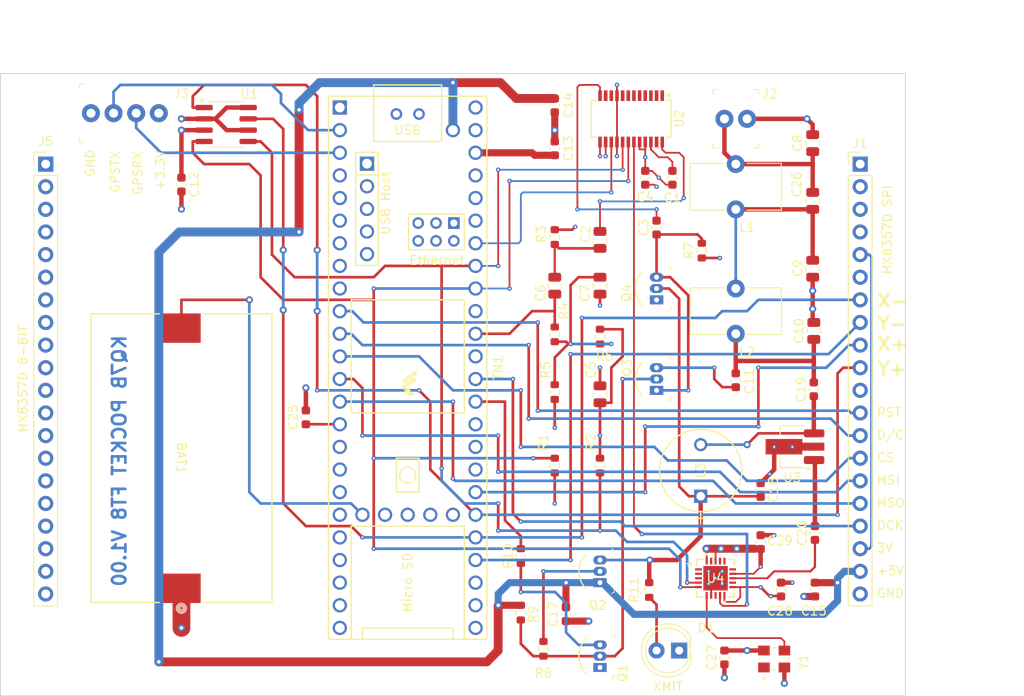
<source format=kicad_pcb>
(kicad_pcb (version 20240108) (generator "pcbnew") (generator_version "8.0")
  (layers (0 "F.Cu" signal) (1 "In1.Cu" power) (2 "In2.Cu" power) (31 "B.Cu" signal) (34 "B.Paste" user) (35 "F.Paste" user) (36 "B.SilkS" user "B.Silkscreen") (37 "F.SilkS" user "F.Silkscreen") (38 "B.Mask" user) (39 "F.Mask" user) (44 "Edge.Cuts" user))
  (net 0 "")
  (net 1 "Net-(TN1-VBAT)")
  (net 2 "GND")
  (net 3 "+3.3V")
  (net 4 "Net-(U2-DBYP)")
  (net 5 "Net-(C2-Pad2)")
  (net 6 "Net-(U2-LOUT{slash}[DFS])")
  (net 7 "Net-(Q3-S)")
  (net 8 "Net-(U2-AMI)")
  (net 9 "Net-(TN1-16_A2_RX4_SCL1)")
  (net 10 "Net-(C7-Pad2)")
  (net 11 "Net-(J2-ANT)")
  (net 12 "Net-(C26-Pad1)")
  (net 13 "Net-(C10-Pad1)")
  (net 14 "Net-(Q3-D)")
  (net 15 "+5V")
  (net 16 "/XCLK")
  (net 17 "/RCLK")
  (net 18 "/XMIT")
  (net 19 "Net-(C20-Pad2)")
  (net 20 "/PTT")
  (net 21 "Net-(D1-A)")
  (net 22 "Net-(Q1-B)")
  (net 23 "/RECV")
  (net 24 "Net-(Q2-B)")
  (net 25 "/SDA")
  (net 26 "/SCL")
  (net 30 "/MOSI")
  (net 31 "/Y-")
  (net 37 "/Y+")
  (net 38 "/X-")
  (net 51 "Net-(C19-Pad1)")
  (net 52 "Net-(J1-RST)")
  (net 57 "/MISO")
  (net 65 "/X+")
  (net 66 "/DCLK")
  (net 76 "Net-(TN1-20_A6_TX5_LRCLK1)")
  (net 91 "Net-(U4-CLKIN)")
  (net 95 "Net-(J1-D{slash}C)")
  (net 97 "Net-(J1-CS)")
  (net 98 "Net-(J1-3Vo)")
  (net 102 "/GPSTX")
  (net 103 "/GPSRX")
  (footprint "Capacitor_SMD:C_0603_1608Metric" (layer "F.Cu") (at 177.038 62.497 90)
    (property "Reference" "C1")
    (property "Value" "0.1UF" (hide yes))
  )
  (footprint "MountingHole:MountingHole_2mm" (layer "F.Cu") (at 106.68 115.062)
    (property "Reference" "REF**" (hide yes))
    (property "Value" "MountingHole_2mm" (hide yes))
  )
  (footprint "teensy:Teensy41" (layer "F.Cu") (at 147.32 83.82 -90)
    (property "Reference" "TN1")
    (property "Value" "Teensy4.1" (hide yes))
  )
  (footprint "Resistor_SMD:R_0603_1608Metric" (layer "F.Cu") (at 163.83 94.805 -90)
    (property "Reference" "R1")
    (property "Value" "2.0K" (hide yes))
  )
  (footprint "ASTX_H11_25_000MHZ_T:XTAL_ASTX-H11-25.000MHZ-T" (layer "F.Cu") (at 188.461 116.52 90)
    (property "Reference" "Y1")
    (property "Value" "ASTX-H11-25.000MHZ-T" (hide yes))
  )
  (footprint "Capacitor_SMD:C_0805_2012Metric" (layer "F.Cu") (at 168.91 74.61 90)
    (property "Reference" "C7")
    (property "Value" "10UF" (hide yes))
  )
  (footprint "BU2032SM:BU2032SM-JJ-GTR_MPD" (layer "F.Cu") (at 121.92 93.98 -90)
    (property "Reference" "BAT1")
    (property "Value" "BU2032SM-JJ-GTR")
  )
  (footprint "digikey-footprints:PinHeader_1x2_P2.54mm_Drill1.02mm" (layer "F.Cu") (at 182.88 55.88)
    (property "Reference" "J2")
    (property "Value" "22-23-2021" (hide yes))
  )
  (footprint "Inductor_THT:L_Toroid_Vertical_L10.0mm_W5.0mm_P5.08mm" (layer "F.Cu") (at 184.15 66.04 180)
    (property "Reference" "L1")
    (property "Value" "0.5uH" (hide yes))
  )
  (footprint "Resistor_SMD:R_0603_1608Metric" (layer "F.Cu") (at 160.02 104.965 90)
    (property "Reference" "R10")
    (property "Value" "5.1K" (hide yes))
  )
  (footprint "MountingHole:MountingHole_2mm" (layer "F.Cu") (at 106.68 54.102)
    (property "Reference" "REF**" (hide yes))
    (property "Value" "MountingHole_2mm" (hide yes))
  )
  (footprint "Capacitor_SMD:C_0805_2012Metric" (layer "F.Cu") (at 168.91 86.802 -90)
    (property "Reference" "C5")
    (property "Value" "10UF" (hide yes))
  )
  (footprint "Capacitor_SMD:C_0603_1608Metric" (layer "F.Cu") (at 184.15 85.23 90)
    (property "Reference" "C11")
    (property "Value" "0.1UF" (hide yes))
  )
  (footprint "digikey-footprints:TO-92-3" (layer "F.Cu") (at 168.91 117.475 90)
    (property "Reference" "Q1")
    (property "Value" "2N3904" (hide yes))
  )
  (footprint "Capacitor_SMD:C_0603_1608Metric" (layer "F.Cu") (at 173.99 62.497 90)
    (property "Reference" "C4")
    (property "Value" "0.1UF" (hide yes))
  )
  (footprint "footprints:IND_BOURNS_RLB9012" (layer "F.Cu") (at 180.213 98.2472 90)
    (property "Reference" "L3")
    (property "Value" "1.0mH")
  )
  (footprint "Inductor_THT:L_Toroid_Vertical_L10.0mm_W5.0mm_P5.08mm" (layer "F.Cu") (at 184.15 80.01 180)
    (property "Reference" "L2")
    (property "Value" "0.5uH" (hide yes))
  )
  (footprint "Capacitor_SMD:C_0805_2012Metric" (layer "F.Cu") (at 163.83 74.61 -90)
    (property "Reference" "C6")
    (property "Value" "10UF" (hide yes))
  )
  (footprint "Connector_PinHeader_2.54mm:PinHeader_1x20_P2.54mm_Vertical" (layer "F.Cu") (at 198.12 60.96)
    (property "Reference" "J1")
    (property "Value" "HX8357D SPI")
  )
  (footprint "Capacitor_SMD:C_0603_1608Metric" (layer "F.Cu") (at 121.92 63.259 -90)
    (property "Reference" "C12")
    (property "Value" "0.1UF" (hide yes))
  )
  (footprint "Capacitor_SMD:C_0603_1608Metric" (layer "F.Cu") (at 193.04 102.375 90)
    (property "Reference" "C20")
    (property "Value" "0.1UF" (hide yes))
  )
  (footprint "Package_SO:SOIC-8_3.9x4.9mm_P1.27mm" (layer "F.Cu") (at 126.935 56.515)
    (property "Reference" "U1")
    (property "Value" "MCP3422A1T-E/SN" (hide yes))
  )
  (footprint "Capacitor_SMD:C_0603_1608Metric" (layer "F.Cu") (at 189.23 108.725 90)
    (property "Reference" "C28")
    (property "Value" "0.1UF" (hide yes))
  )
  (footprint "Capacitor_SMD:C_0805_2012Metric" (layer "F.Cu") (at 192.786 65.09 90)
    (property "Reference" "C26")
    (property "Value" "47PF" (hide yes))
  )
  (footprint "Capacitor_SMD:C_0603_1608Metric" (layer "F.Cu") (at 193.04 108.725 90)
    (property "Reference" "C15")
    (property "Value" "0.1UF" (hide yes))
  )
  (footprint "MountingHole:MountingHole_2mm" (layer "F.Cu") (at 198.12 115.062)
    (property "Reference" "REF**" (hide yes))
    (property "Value" "MountingHole_2mm" (hide yes))
  )
  (footprint "Capacitor_SMD:C_0603_1608Metric" (layer "F.Cu") (at 175.26 68.085 90)
    (property "Reference" "C3")
    (property "Value" "0.1UF" (hide yes))
  )
  (footprint "Resistor_SMD:R_0603_1608Metric" (layer "F.Cu") (at 160.02 111.315 90)
    (property "Reference" "R9")
    (property "Value" "5.1K" (hide yes))
  )
  (footprint "Resistor_SMD:R_0603_1608Metric" (layer "F.Cu") (at 180.34 70.675 90)
    (property "Reference" "R7")
    (property "Value" "51 OHM" (hide yes))
  )
  (footprint "digikey-footprints:TO-92-3" (layer "F.Cu") (at 168.91 107.95 90)
    (property "Reference" "Q2")
    (property "Value" "2N3906" (hide yes))
  )
  (footprint "Resistor_SMD:R_0603_1608Metric" (layer "F.Cu") (at 168.91 94.805 90)
    (property "Reference" "R2")
    (property "Value" "2.0K" (hide yes))
  )
  (footprint "Capacitor_SMD:C_0805_2012Metric" (layer "F.Cu") (at 192.786 72.71 -90)
    (property "Reference" "C9")
    (property "Value" "243PF" (hide yes))
  )
  (footprint "digikey-footprints:TO-92-3" (layer "F.Cu") (at 175.26 76.2 90)
    (property "Reference" "Q4")
    (property "Value" "2N7000" (hide yes))
  )
  (footprint "Capacitor_SMD:C_0805_2012Metric" (layer "F.Cu") (at 192.786 58.608 90)
    (property "Reference" "C8")
    (property "Value" "75PF" (hide yes))
  )
  (footprint "Capacitor_SMD:C_0603_1608Metric" (layer "F.Cu") (at 186.944 103.391 -90)
    (property "Reference" "C29")
    (property "Value" "0.1UF" (hide yes))
  )
  (footprint "LED_THT:LED_D5.0mm" (layer "F.Cu") (at 177.8 115.57 180)
    (property "Reference" "D1")
    (property "Value" "XMIT")
  )
  (footprint "Resistor_SMD:R_0603_1608Metric" (layer "F.Cu") (at 174.435 108.775 -90)
    (property "Reference" "R11")
    (property "Value" "510 Ohm" (hide yes))
  )
  (footprint "SI5351C-B-GM:QFN20_4X4_SKY" (layer "F.Cu") (at 181.884828 107.4547)
    (property "Reference" "U4")
    (property "Value" "SI5351C-B-GM")
  )
  (footprint "Resistor_SMD:R_0603_1608Metric" (layer "F.Cu") (at 163.83 80.073 90)
    (property "Reference" "R4")
    (property "Value" "47K" (hide yes))
  )
  (footprint "Capacitor_SMD:C_0603_1608Metric" (layer "F.Cu") (at 135.89 89.395 90)
    (property "Reference" "C25")
    (property "Value" "0.1UF" (hide yes))
  )
  (footprint "Capacitor_SMD:C_0603_1608Metric" (layer "F.Cu") (at 163.83 59.195 90)
    (property "Reference" "C13")
    (property "Value" "0.1UF" (hide yes))
  )
  (footprint "Resistor_SMD:R_0603_1608Metric" (layer "F.Cu") (at 162.56 115.38 -90)
    (property "Reference" "R8")
    (property "Value" "510 Ohm" (hide yes))
  )
  (footprint "Capacitor_SMD:C_0603_1608Metric" (layer "F.Cu") (at 163.83 54.369 90)
    (property "Reference" "C14")
    (property "Value" "0.1UF" (hide yes))
  )
  (footprint "digikey-footprints:TO-92-3" (layer "F.Cu") (at 175.26 86.36 90)
    (property "Reference" "Q3")
    (property "Value" "2N7000" (hide yes))
  )
  (footprint "MountingHole:MountingHole_2mm" (layer "F.Cu") (at 198.12 54.102)
    (property "Reference" "REF**" (hide yes))
    (property "Value" "MountingHole_2mm" (hide yes))
  )
  (footprint "Resistor_SMD:R_0603_1608Metric" (layer "F.Cu") (at 163.83 86.55 90)
    (property "Reference" "R5")
    (property "Value" "2.0K" (hide yes))
  )
  (footprint "Package_TO_SOT_SMD:SOT-89-3_Handsoldering" (layer "F.Cu") (at 190.5 92.686 180)
    (property "Reference" "U3")
    (property "Value" "GVA-84+" (hide yes))
  )
  (footprint "Capacitor_SMD:C_0603_1608Metric" (layer "F.Cu") (at 186.944 97.549 -90)
    (property "Reference" "C16")
    (property "Value" "0.1UF" (hide yes))
  )
  (footprint "Package_SO:SSOP-24_3.9x8.7mm_P0.635mm" (layer "F.Cu") (at 172.4025 55.88 -90)
    (property "Reference" "U2")
    (property "Value" "Si4735-D60-GU" (hide yes))
  )
  (footprint "digikey-footprints:PinHeader_1x4_P2.54mm_Drill1.02mm" (layer "F.Cu") (at 111.76 55.245)
    (property "Reference" "J3")
    (property "Value" "GPS" (hide yes))
  )
  (footprint "Capacitor_SMD:C_0603_1608Metric" (layer "F.Cu") (at 165.087 111.493 90)
    (property "Reference" "C17")
    (property "Value" "0.1UF" (hide yes))
  )
  (footprint "Resistor_SMD:R_0603_1608Metric" (layer "F.Cu") (at 168.91 80.327 90)
    (property "Reference" "R6")
    (property "Value" "10K" (hide yes))
  )
  (footprint "Capacitor_SMD:C_0805_2012Metric" (layer "F.Cu") (at 168.91 69.471 -90)
    (property "Reference" "C2")
    (property "Value" "10UF" (hide yes))
  )
  (footprint "Capacitor_SMD:C_0603_1608Metric" (layer "F.Cu") (at 182.88 116.345 90)
    (property "Reference" "C27")
    (property "Value" "0.1UF" (hide yes))
  )
  (footprint "Resistor_SMD:R_0603_1608Metric" (layer "F.Cu") (at 163.83 69.151 -90)
    (property "Reference" "R3")
    (property "Value" "47K" (hide yes))
  )
  (footprint "Connector_PinHeader_2.54mm:PinHeader_1x20_P2.54mm_Vertical" (layer "F.Cu") (at 106.68 60.96)
    (property "Reference" "J5")
    (property "Value" "HX8357D 8-BIT")
  )
  (footprint "Capacitor_SMD:C_0805_2012Metric" (layer "F.Cu") (at 192.913 79.69 90)
    (property "Reference" "C10")
    (property "Value" "75PF" (hide yes))
  )
  (footprint "Capacitor_SMD:C_0603_1608Metric" (layer "F.Cu") (at 192.913 86.246 90)
    (property "Reference" "C19")
    (property "Value" "0.1UF" (hide yes))
  )
  (gr_rect (start 101.6 50.8) (end 203.2 120.65) (stroke (width 0.1)) (fill none) (layer "Edge.Cuts"))
  (gr_text "KQ7B POCKET FT8 V1.00" (at 115.824 80.01 90) (layer "B.Cu") (effects (font (size 1.5 1.5) (thickness 0.3) (bold yes)) (justify left bottom mirror)))
  (gr_text "D/C" (at 199.898 91.948 0) (layer "F.SilkS") (effects (font (size 1 1)) (justify left bottom)))
  (gr_text "MSO" (at 199.898 99.568 0) (layer "F.SilkS") (effects (font (size 1 1)) (justify left bottom)))
  (gr_text "GND" (at 112.268 62.484 90) (layer "F.SilkS") (effects (font (size 1 1)) (justify left bottom)))
  (gr_text "CS" (at 199.898 94.488 0) (layer "F.SilkS") (effects (font (size 1 1)) (justify left bottom)))
  (gr_text "Y-" (at 199.898 79.756 0) (layer "F.SilkS") (effects (font (size 1.5 1.5) (thickness 0.3) (bold yes)) (justify left bottom)))
  (gr_text "RST" (at 199.898 89.408 0) (layer "F.SilkS") (effects (font (size 1 1)) (justify left bottom)))
  (gr_text "X+" (at 199.898 82.042 0) (layer "F.SilkS") (effects (font (size 1.5 1.5) (thickness 0.3) (bold yes)) (justify left bottom)))
  (gr_text "MSI" (at 199.898 97.028 0) (layer "F.SilkS") (effects (font (size 1 1)) (justify left bottom)))
  (gr_text "GPSRX" (at 117.602 64.516 90) (layer "F.SilkS") (effects (font (size 1 1)) (justify left bottom)))
  (gr_text "+3.3V" (at 120.142 64.008 90) (layer "F.SilkS") (effects (font (size 1 1)) (justify left bottom)))
  (gr_text "+5V" (at 199.898 107.188 0) (layer "F.SilkS") (effects (font (size 1 1)) (justify left bottom)))
  (gr_text "DCK" (at 199.898 102.108 0) (layer "F.SilkS") (effects (font (size 1 1)) (justify left bottom)))
  (gr_text "GPSTX" (at 115.062 64.262 90) (layer "F.SilkS") (effects (font (size 1 1)) (justify left bottom)))
  (gr_text "GND" (at 199.898 109.728 0) (layer "F.SilkS") (effects (font (size 1 1)) (justify left bottom)))
  (gr_text "Y+" (at 199.898 84.836 0) (layer "F.SilkS") (effects (font (size 1.5 1.5) (thickness 0.3) (bold yes)) (justify left bottom)))
  (gr_text "3V" (at 199.898 104.648 0) (layer "F.SilkS") (effects (font (size 1 1)) (justify left bottom)))
  (gr_text "X-" (at 199.898 77.216 0) (layer "F.SilkS") (effects (font (size 1.5 1.5) (thickness 0.3) (bold yes)) (justify left bottom)))
  (segment (start 121.92 76.2) (end 129.54 76.2) (width 0.3) (layer "F.Cu") (net 1))
  (segment (start 121.92 79.375) (end 121.92 76.2) (width 0.3) (layer "F.Cu") (net 1))
  (via (at 129.54 76.2) (size 0.8) (drill 0.4) (layers "F.Cu" "B.Cu") (net 1))
  (segment (start 129.54 97.79) (end 129.54 76.2) (width 0.3) (layer "B.Cu") (net 1))
  (segment (start 140.97 99.06) (end 130.81 99.06) (width 0.3) (layer "B.Cu") (net 1))
  (segment (start 142.24 100.33) (end 140.97 99.06) (width 0.3) (layer "B.Cu") (net 1))
  (segment (start 130.81 99.06) (end 129.54 97.79) (width 0.3) (layer "B.Cu") (net 1))
  (segment (start 163.83 90.551) (end 163.83 90.678) (width 0.3) (layer "F.Cu") (net 2))
  (segment (start 189.611 119.253) (end 189.611 118.999) (width 0.2) (layer "F.Cu") (net 2))
  (segment (start 173.99 63.272) (end 175.032 63.272) (width 0.2) (layer "F.Cu") (net 2))
  (segment (start 125.73 55.88) (end 127 57.15) (width 0.5) (layer "F.Cu") (net 2))
  (segment (start 165.798 68.326) (end 166.116 68.008) (width 0.3) (layer "F.Cu") (net 2))
  (segment (start 175.032 63.272) (end 175.26 63.5) (width 0.2) (layer "F.Cu") (net 2))
  (segment (start 168.91 58.48) (end 168.91 60.071) (width 0.2) (layer "F.Cu") (net 2))
  (segment (start 192.786 78.613) (end 192.913 78.74) (width 0.5) (layer "F.Cu") (net 2))
  (segment (start 170.815 53.28) (end 170.815 52.07) (width 0.2) (layer "F.Cu") (net 2))
  (segment (start 181.387242 109.3724) (end 181.387242 107.952286) (width 0.2) (layer "F.Cu") (net 2))
  (segment (start 192.786 75.184) (end 192.786 77.216) (width 0.5) (layer "F.Cu") (net 2))
  (segment (start 181.366656 107.972872) (end 181.864 107.475528) (width 0.2) (layer "F.Cu") (net 2))
  (segment (start 188.468 92.71) (end 188.468 95.25) (width 0.5) (layer "F.Cu") (net 2))
  (segment (start 191.7706 109.5) (end 191.77 109.4994) (width 0.2) (layer "F.Cu") (net 2))
  (segment (start 181.102 108.077) (end 181.366656 107.972872) (width 0.2) (layer "F.Cu") (net 2))
  (segment (start 193.04 109.5) (end 191.796 109.5) (width 0.8) (layer "F.Cu") (net 2))
  (segment (start 191.7948 109.5) (end 191.7706 109.5) (width 0.2) (layer "F.Cu") (net 2))
  (segment (start 170.815 58.48) (end 170.815 60.071) (width 0.2) (layer "F.Cu") (net 2))
  (segment (start 127 57.15) (end 129.41 57.15) (width 0.5) (layer "F.Cu") (net 2))
  (segment (start 189.611 117.47) (end 189.611 119.253) (width 0.5) (layer "F.Cu") (net 2))
  (segment (start 181.387242 107.952286) (end 181.884828 107.4547) (width 0.2) (layer "F.Cu") (net 2))
  (segment (start 186.944 102.616) (end 188.468 102.616) (width 0.5) (layer "F.Cu") (net 2))
  (segment (start 182.88 117.12) (end 182.88 118.618) (width 0.5) (layer "F.Cu") (net 2))
  (segment (start 121.92 64.262) (end 121.92 66.014) (width 0.5) (layer "F.Cu") (net 2))
  (segment (start 135.89 88.62) (end 135.89 86.08) (width 0.5) (layer "F.Cu") (net 2))
  (segment (start 192.786 77.216) (end 192.786 78.613) (width 0.5) (layer "F.Cu") (net 2))
  (segment (start 192.786 56.515) (end 192.151 55.88) (width 0.5) (layer "F.Cu") (net 2))
  (segment (start 124.46 55.88) (end 125.73 55.88) (width 0.5) (layer "F.Cu") (net 2))
  (segment (start 181.864 107.442) (end 181.897528 107.442) (width 0.2) (layer "F.Cu") (net 2))
  (segment (start 191.7954 109.4994) (end 191.7948 109.5) (width 0.2) (layer "F.Cu") (net 2))
  (segment (start 182.244 71.5) (end 182.245 71.501) (width 0.3) (layer "F.Cu") (net 2))
  (segment (start 187.96 95.758) (end 186.944 96.774) (width 0.5) (layer "F.Cu") (net 2))
  (segment (start 191.796 109.5) (end 191.7954 109.4994) (width 0.2) (layer "F.Cu") (net 2))
  (segment (start 163.83 87.375) (end 163.83 90.551) (width 0.3) (layer "F.Cu") (net 2))
  (segment (start 181.864 107.475528) (end 181.864 107.442) (width 0.2) (layer "F.Cu") (net 2))
  (segment (start 190.5 107.95) (end 189.23 107.95) (width 0.5) (layer "F.Cu") (net 2))
  (segment (start 180.34 71.5) (end 182.244 71.5) (width 0.3) (layer "F.Cu") (net 2))
  (segment (start 182.245 71.501) (end 182.372 71.501) (width 0.3) (layer "F.Cu") (net 2))
  (segment (start 168.91 76.835) (end 168.91 75.56) (width 0.3) (layer "F.Cu") (net 2))
  (segment (start 165.087 112.268) (end 167.64 112.268) (width 0.8) (layer "F.Cu") (net 2))
  (segment (start 192.786 73.66) (end 192.786 75.184) (width 0.5) (layer "F.Cu") (net 2))
  (segment (start 124.46 55.88) (end 121.92 55.88) (width 0.5) (layer "F.Cu") (net 2))
  (segment (start 126.365 55.245) (end 127 54.61) (width 0.5) (layer "F.Cu") (net 2))
  (segment (start 188.468 95.25) (end 187.96 95.758) (width 0.5) (layer "F.Cu") (net 2))
  (segment (start 163.83 68.326) (end 165.798 68.326) (width 0.3) (layer "F.Cu") (net 2))
  (segment (start 181.897528 107.442) (end 181.884828 107.4547) (width 0.2) (layer "F.Cu") (net 2))
  (segment (start 125.73 55.88) (end 126.365 55.245) (width 0.5) (layer "F.Cu") (net 2))
  (segment (start 127 54.61) (end 129.41 54.61) (width 0.5) (layer "F.Cu") (net 2))
  (segment (start 169.545 58.48) (end 169.545 60.071) (width 0.2) (layer "F.Cu") (net 2))
  (segment (start 121.92 113.03) (end 121.92 108.585) (width 2) (layer "F.Cu") (net 2))
  (segment (start 192.151 55.88) (end 185.42 55.88) (width 0.5) (layer "F.Cu") (net 2))
  (segment (start 182.372 71.628) (end 182.245 71.501) (width 0.3) (layer "F.Cu") (net 2))
  (segment (start 163.83 55.144) (end 163.83 58.42) (width 0.8) (layer "F.Cu") (net 2))
  (segment (start 168.91 85.852) (end 168.91 83.82) (width 0.3) (layer "F.Cu") (net 2))
  (segment (start 192.786 57.658) (end 192.786 56.515) (width 0.5) (layer "F.Cu") (net 2))
  (segment (start 170.815 58.48) (end 170.815 53.28) (width 0.2) (layer "F.Cu") (net 2))
  (via (at 188.468 102.616) (size 0.5) (drill 0.2) (layers "F.Cu" "B.Cu") (net 2))
  (via (at 163.83 90.551) (size 0.5) (drill 0.2) (layers "F.Cu" "B.Cu") (net 2))
  (via (at 168.91 83.82) (size 0.5) (drill 0.2) (layers "F.Cu" "B.Cu") (net 2))
  (via (at 121.92 66.014) (size 0.8) (drill 0.4) (layers "F.Cu" "B.Cu") (net 2))
  (via (at 135.89 86.08) (size 0.8) (drill 0.4) (layers "F.Cu" "B.Cu") (net 2))
  (via (at 167.64 112.268) (size 0.8) (drill 0.4) (layers "F.Cu" "B.Cu") (net 2))
  (via (at 181.102 106.68) (size 0.5) (drill 0.2) (layers "F.Cu" "B.Cu") (net 2))
  (via (at 182.372 71.501) (size 0.5) (drill 0.2) (layers "F.Cu" "B.Cu") (net 2))
  (via (at 190.5 92.71) (size 0.5) (drill 0.2) (layers "F.Cu" "B.Cu") (net 2))
  (via (at 182.626 108.077) (size 0.5) (drill 0.2) (layers "F.Cu" "B.Cu") (net 2))
  (via (at 166.116 68.008) (size 0.5) (drill 0.2) (layers "F.Cu" "B.Cu") (net 2))
  (via (at 175.26 63.5) (size 0.5) (drill 0.2) (layers "F.Cu" "B.Cu") (net 2))
  (via (at 188.468 92.71) (size 0.5) (drill 0.2) (layers "F.Cu" "B.Cu") (net 2))
  (via (at 163.83 57.15) (size 0.8) (drill 0.4) (layers "F.Cu" "B.Cu") (net 2))
  (via (at 121.92 55.88) (size 0.8) (drill 0.4) (layers "F.Cu" "B.Cu") (net 2))
  (via (at 181.864 107.442) (size 0.5) (drill 0.2) (layers "F.Cu" "B.Cu") (net 2))
  (via (at 168.91 60.071) (size 0.5) (drill 0.2) (layers "F.Cu" "B.Cu") (net 2))
  (via (at 170.815 52.07) (size 0.5) (drill 0.2) (layers "F.Cu" "B.Cu") (net 2))
  (via (at 168.91 76.835) (size 0.5) (drill 0.2) (layers "F.Cu" "B.Cu") (net 2))
  (via (at 192.151 55.88) (size 0.8) (drill 0.4) (layers "F.Cu" "B.Cu") (net 2))
  (via (at 181.102 108.077) (size 0.5) (drill 0.2) (layers "F.Cu" "B.Cu") (net 2))
  (via (at 182.626 106.68) (size 0.5) (drill 0.2) (layers "F.Cu" "B.Cu") (net 2))
  (via (at 189.611 119.253) (size 0.8) (drill 0.4) (layers "F.Cu" "B.Cu") (net 2))
  (via (at 192.786 75.184) (size 0.8) (drill 0.4) (layers "F.Cu" "B.Cu") (net 2))
  (via (at 170.815 60.071) (size 0.5) (drill 0.2) (layers "F.Cu" "B.Cu") (net 2))
  (via (at 192.786 77.216) (size 0.8) (drill 0.4) (layers "F.Cu" "B.Cu") (net 2))
  (via (at 121.92 113.03) (size 0.8) (drill 0.4) (layers "F.Cu" "B.Cu") (net 2))
  (via (at 169.545 60.071) (size 0.5) (drill 0.2) (layers "F.Cu" "B.Cu") (net 2))
  (via (at 191.7954 109.4994) (size 0.8) (drill 0.4) (layers "F.Cu" "B.Cu") (net 2))
  (via (at 187.96 95.758) (size 0.5) (drill 0.2) (layers "F.Cu" "B.Cu") (net 2))
  (via (at 190.5 107.95) (size 0.5) (drill 0.2) (layers "F.Cu" "B.Cu") (net 2))
  (via (at 182.88 118.618) (size 0.8) (drill 0.4) (layers "F.Cu" "B.Cu") (net 2))
  (segment (start 181.884828 105.537) (end 181.884828 104.160828) (width 0.2) (layer "F.Cu") (net 3))
  (segment (start 163.83 95.63) (end 163.83 99.06) (width 0.3) (layer "F.Cu") (net 3))
  (segment (start 182.88 109.3724) (end 182.88 110.109) (width 0.2) (layer "F.Cu") (net 3))
  (segment (start 173.355 58.48) (end 173.355 59.309) (width 0.2) (layer "F.Cu") (net 3))
  (segment (start 186.944 108.458) (end 187.96 109.474) (width 0.3) (layer "F.Cu") (net 3))
  (segment (start 168.91 79.502) (end 171.45 79.502) (width 0.3) (layer "F.Cu") (net 3))
  (segment (start 173.99 60.198) (end 173.99 61.722) (width 0.2) (layer "F.Cu") (net 3))
  (segment (start 189.18 109.45) (end 189.23 109.5) (width 0.2) (layer "F.Cu") (net 3))
  (segment (start 183.802528 106.957114) (end 186.158886 106.957114) (width 0.2) (layer "F.Cu") (net 3))
  (segment (start 139.7 90.17) (end 135.89 90.17) (width 0.3) (layer "F.Cu") (net 3))
  (segment (start 182.499 104.14) (end 180.848 104.14) (width 0.9) (layer "F.Cu") (net 3))
  (segment (start 170.175 87.752) (end 168.91 87.752) (width 0.3) (layer "F.Cu") (net 3))
  (segment (start 187.96 109.474) (end 188.087 109.474) (width 0.2) (layer "F.Cu") (net 3))
  (segment (start 177.038 63.272) (end 176.302 63.272) (width 0.2) (layer "F.Cu") (net 3))
  (segment (start 173.355 59.309) (end 173.99 59.309) (width 0.2) (layer "F.Cu") (net 3))
  (segment (start 187.311 115.57) (end 185.42 115.57) (width 0.5) (layer "F.Cu") (net 3))
  (segment (start 176.302 63.272) (end 175.514 62.484) (width 0.2) (layer "F.Cu") (net 3))
  (segment (start 188.087 109.474) (end 188.111 109.45) (width 0.2) (layer "F.Cu") (net 3))
  (segment (start 184.15 110.109) (end 184.658 109.601) (width 0.2) (layer "F.Cu") (net 3))
  (segment (start 184.658 108.449872) (end 186.935872 108.449872) (width 0.2) (layer "F.Cu") (net 3))
  (segment (start 168.91 91.44) (end 168.91 87.752) (width 0.3) (layer "F.Cu") (net 3))
  (segment (start 186.158886 106.957114) (end 186.944 106.172) (width 0.2) (layer "F.Cu") (net 3))
  (segment (start 161.57 59.97) (end 163.83 59.97) (width 0.8) (layer "F.Cu") (net 3))
  (segment (start 188.111 109.45) (end 189.18 109.45) (width 0.3) (layer "F.Cu") (net 3))
  (segment (start 171.45 82.55) (end 170.18 83.82) (width 0.3) (layer "F.Cu") (net 3))
  (segment (start 184.658 109.601) (end 184.658 108.449872) (width 0.2) (layer "F.Cu") (net 3))
  (segment (start 183.802528 108.449872) (end 184.658 108.449872) (width 0.2) (layer "F.Cu") (net 3))
  (segment (start 173.99 58.48) (end 173.99 59.309) (width 0.2) (layer "F.Cu") (net 3))
  (segment (start 181.884828 104.160828) (end 181.905656 104.14) (width 0.2) (layer "F.Cu") (net 3))
  (segment (start 188.063 109.45) (end 188.087 109.474) (width 0.2) (layer "F.Cu") (net 3))
  (segment (start 181.884828 104.541828) (end 181.864 104.521) (width 0.2) (layer "F.Cu") (net 3))
  (segment (start 173.99 59.309) (end 173.99 60.198) (width 0.2) (layer "F.Cu") (net 3))
  (segment (start 168.91 93.98) (end 168.91 91.44) (width 0.3) (layer "F.Cu") (net 3))
  (segment (start 180.889656 104.181656) (end 180.848 104.14) (width 0.2) (layer "F.Cu") (net 3))
  (segment (start 170.18 83.82) (end 170.18 87.757) (width 0.3) (layer "F.Cu") (net 3))
  (segment (start 186.935872 108.449872) (end 186.944 108.458) (width 0.2) (layer "F.Cu") (net 3))
  (segment (start 181.905656 104.14) (end 182.499 104.14) (width 0.2) (layer "F.Cu") (net 3))
  (segment (start 186.283 104.14) (end 184.277 104.14) (width 0.9) (layer "F.Cu") (net 3))
  (segment (start 121.92 57.15) (end 124.46 57.15) (width 0.5) (layer "F.Cu") (net 3))
  (segment (start 175.514 62.484) (end 174.752 61.722) (width 0.2) (layer "F.Cu") (net 3))
  (segment (start 154.94 59.69) (end 161.29 59.69) (width 0.8) (layer "F.Cu") (net 3))
  (segment (start 171.45 79.502) (end 171.45 82.55) (width 0.3) (layer "F.Cu") (net 3))
  (segment (start 161.29 59.69) (end 161.57 59.97) (width 0.8) (layer "F.Cu") (net 3))
  (segment (start 182.88 110.109) (end 184.15 110.109) (width 0.2) (layer "F.Cu") (net 3))
  (segment (start 184.277 104.14) (end 182.499 104.14) (width 0.9) (layer "F.Cu") (net 3))
  (segment (start 185.42 115.57) (end 182.88 115.57) (width 0.5) (layer "F.Cu") (net 3))
  (segment (start 170.18 87.757) (end 170.175 87.752) (width 0.3) (layer "F.Cu") (net 3))
  (segment (start 174.752 61.722) (end 173.99 61.722) (width 0.2) (layer "F.Cu") (net 3))
  (segment (start 121.92 57.15) (end 121.92 62.484) (width 0.5) (layer "F.Cu") (net 3))
  (segment (start 180.889656 105.537) (end 180.889656 104.181656) (width 0.2) (layer "F.Cu") (net 3))
  (segment (start 186.944 106.172) (end 186.944 104.166) (width 0.5) (layer "F.Cu") (net 3))
  (via (at 186.944 106.172) (size 0.5) (drill 0.2) (layers "F.Cu" "B.Cu") (net 3))
  (via (at 168.91 91.44) (size 0.5) (drill 0.2) (layers "F.Cu" "B.Cu") (net 3))
  (via (at 175.514 62.484) (size 0.5) (drill 0.2) (layers "F.Cu" "B.Cu") (net 3))
  (via (at 184.277 104.14) (size 0.8) (drill 0.4) (layers "F.Cu" "B.Cu") (net 3))
  (via (at 121.92 57.15) (size 0.8) (drill 0.4) (layers "F.Cu" "B.Cu") (net 3))
  (via (at 163.83 99.06) (size 0.5) (drill 0.2) (layers "F.Cu" "B.Cu") (net 3))
  (via (at 180.848 104.14) (size 0.8) (drill 0.4) (layers "F.Cu" "B.Cu") (net 3))
  (via (at 188.087 109.474) (size 0.5) (drill 0.2) (layers "F.Cu" "B.Cu") (net 3))
  (via (at 173.99 60.198) (size 0.5) (drill 0.2) (layers "F.Cu" "B.Cu") (net 3))
  (via (at 186.944 108.458) (size 0.5) (drill 0.2) (layers "F.Cu" "B.Cu") (net 3))
  (via (at 182.499 104.14) (size 0.8) (drill 0.4) (layers "F.Cu" "B.Cu") (net 3))
  (via (at 185.42 115.57) (size 0.8) (drill 0.4) (layers "F.Cu" "B.Cu") (net 3))
  (segment (start 177.038 60.706) (end 177.038 61.722) (width 0.2) (layer "F.Cu") (net 4))
  (segment (start 176.53 60.198) (end 177.038 60.706) (width 0.2) (layer "F.Cu") (net 4))
  (segment (start 174.625 59.309) (end 175.514 60.198) (width 0.2) (layer "F.Cu") (net 4))
  (segment (start 174.625 58.48) (end 174.625 59.309) (width 0.2) (layer "F.Cu") (net 4))
  (segment (start 175.514 60.198) (end 176.53 60.198) (width 0.2) (layer "F.Cu") (net 4))
  (segment (start 164.275 70.421) (end 163.83 69.976) (width 0.3) (layer "F.Cu") (net 5))
  (segment (start 168.91 70.421) (end 164.275 70.421) (width 0.3) (layer "F.Cu") (net 5))
  (segment (start 163.83 73.66) (end 163.83 69.976) (width 0.25) (layer "F.Cu") (net 5))
  (segment (start 168.91 65.151) (end 168.91 68.521) (width 0.2) (layer "F.Cu") (net 6))
  (segment (start 175.895 59.309) (end 175.895 58.48) (width 0.2) (layer "F.Cu") (net 6))
  (segment (start 178.308 60.198) (end 177.8 59.69) (width 0.2) (layer "F.Cu") (net 6))
  (segment (start 177.8 59.69) (end 176.276 59.69) (width 0.2) (layer "F.Cu") (net 6))
  (segment (start 176.276 59.69) (end 175.895 59.309) (width 0.2) (layer "F.Cu") (net 6))
  (segment (start 178.308 64.77) (end 178.308 60.198) (width 0.2) (layer "F.Cu") (net 6))
  (via (at 178.308 64.77) (size 0.5) (drill 0.2) (layers "F.Cu" "B.Cu") (net 6))
  (via (at 168.91 65.151) (size 0.5) (drill 0.2) (layers "F.Cu" "B.Cu") (net 6))
  (segment (start 178.308 64.77) (end 177.927 65.151) (width 0.2) (layer "B.Cu") (net 6))
  (segment (start 177.927 65.151) (end 168.91 65.151) (width 0.2) (layer "B.Cu") (net 6))
  (segment (start 176.784 73.66) (end 178.816 75.692) (width 0.3) (layer "F.Cu") (net 7))
  (segment (start 180.34 69.342) (end 180.34 69.85) (width 0.3) (layer "F.Cu") (net 7))
  (segment (start 179.832 68.834) (end 180.34 69.342) (width 0.3) (layer "F.Cu") (net 7))
  (segment (start 175.26 73.66) (end 176.784 73.66) (width 0.3) (layer "F.Cu") (net 7))
  (segment (start 179.806 68.86) (end 179.832 68.834) (width 0.3) (layer "F.Cu") (net 7))
  (segment (start 175.26 73.66) (end 175.26 68.86) (width 0.3) (layer "F.Cu") (net 7))
  (segment (start 178.816 75.692) (end 178.816 86.36) (width 0.3) (layer "F.Cu") (net 7))
  (segment (start 175.26 68.86) (end 179.806 68.86) (width 0.3) (layer "F.Cu") (net 7))
  (via (at 178.816 86.36) (size 0.5) (drill 0.2) (layers "F.Cu" "B.Cu") (net 7))
  (segment (start 175.26 86.36) (end 178.816 86.36) (width 0.3) (layer "B.Cu") (net 7))
  (segment (start 168.91 52.324) (end 168.656 52.07) (width 0.2) (layer "F.Cu") (net 8))
  (segment (start 166.37 52.324) (end 166.37 66.04) (width 0.2) (layer "F.Cu") (net 8))
  (segment (start 175.26 67.31) (end 175.26 66.04) (width 0.2) (layer "F.Cu") (net 8))
  (segment (start 166.624 52.07) (end 166.37 52.324) (width 0.2) (layer "F.Cu") (net 8))
  (segment (start 168.91 53.28) (end 168.91 52.324) (width 0.2) (layer "F.Cu") (net 8))
  (segment (start 168.656 52.07) (end 166.624 52.07) (width 0.2) (layer "F.Cu") (net 8))
  (via (at 175.26 66.04) (size 0.5) (drill 0.2) (layers "F.Cu" "B.Cu") (net 8))
  (via (at 166.37 66.04) (size 0.5) (drill 0.2) (layers "F.Cu" "B.Cu") (net 8))
  (segment (start 175.26 66.04) (end 166.37 66.04) (width 0.2) (layer "B.Cu") (net 8))
  (segment (start 154.94 80.01) (end 158.75 80.01) (width 0.3) (layer "F.Cu") (net 9))
  (segment (start 163.83 75.56) (end 163.83 77.343) (width 0.3) (layer "F.Cu") (net 9))
  (segment (start 163.703 77.47) (end 163.83 77.343) (width 0.3) (layer "F.Cu") (net 9))
  (segment (start 163.83 77.343) (end 163.83 79.248) (width 0.3) (layer "F.Cu") (net 9))
  (segment (start 158.75 80.01) (end 161.29 77.47) (width 0.3) (layer "F.Cu") (net 9))
  (segment (start 161.29 77.47) (end 163.703 77.47) (width 0.3) (layer "F.Cu") (net 9))
  (segment (start 170.18 81.153) (end 170.179 81.152) (width 0.3) (layer "F.Cu") (net 10))
  (segment (start 163.83 80.898) (end 165.099 80.898) (width 0.3) (layer "F.Cu") (net 10))
  (segment (start 165.354 81.153) (end 165.608 81.153) (width 0.3) (layer "F.Cu") (net 10))
  (segment (start 166.497 73.66) (end 165.608 74.549) (width 0.3) (layer "F.Cu") (net 10))
  (segment (start 163.83 82.677) (end 165.354 81.153) (width 0.3) (layer "F.Cu") (net 10))
  (segment (start 163.83 85.725) (end 163.83 82.677) (width 0.3) (layer "F.Cu") (net 10))
  (segment (start 165.099 80.898) (end 165.354 81.153) (width 0.3) (layer "F.Cu") (net 10))
  (segment (start 165.608 74.549) (end 165.608 81.153) (width 0.3) (layer "F.Cu") (net 10))
  (segment (start 168.91 73.66) (end 166.497 73.66) (width 0.3) (layer "F.Cu") (net 10))
  (segment (start 168.91 81.152) (end 170.18 81.153) (width 0.3) (layer "F.Cu") (net 10))
  (via (at 170.18 81.153) (size 0.5) (drill 0.2) (layers "F.Cu" "B.Cu") (net 10))
  (via (at 165.608 81.153) (size 0.5) (drill 0.2) (layers "F.Cu" "B.Cu") (net 10))
  (segment (start 170.18 81.153) (end 165.608 81.153) (width 0.3) (layer "B.Cu") (net 10))
  (segment (start 192.786 59.624) (end 193.04 59.37) (width 0.3) (layer "F.Cu") (net 11))
  (segment (start 184.15 60.96) (end 192.786 60.96) (width 0.5) (layer "F.Cu") (net 11))
  (segment (start 193.04 64.14) (end 192.786 63.886) (width 0.3) (layer "F.Cu") (net 11))
  (segment (start 192.786 63.886) (end 192.786 61.214) (width 0.5) (layer "F.Cu") (net 11))
  (segment (start 182.88 55.88) (end 182.88 59.69) (width 0.5) (layer "F.Cu") (net 11))
  (segment (start 192.786 61.214) (end 192.786 59.624) (width 0.5) (layer "F.Cu") (net 11))
  (segment (start 182.88 59.69) (end 184.15 60.96) (width 0.5) (layer "F.Cu") (net 11))
  (segment (start 184.15 66.04) (end 192.786 66.04) (width 0.5) (layer "F.Cu") (net 12))
  (segment (start 192.786 71.506) (end 193.04 71.76) (width 0.3) (layer "F.Cu") (net 12))
  (segment (start 192.786 66.04) (end 192.786 71.506) (width 0.5) (layer "F.Cu") (net 12))
  (segment (start 184.15 74.93) (end 184.15 66.04) (width 0.3) (layer "B.Cu") (net 12))
  (segment (start 192.913 80.767) (end 192.913 83.058) (width 0.5) (layer "F.Cu") (net 13))
  (segment (start 184.15 80.01) (end 184.15 83.058) (width 0.5) (layer "F.Cu") (net 13))
  (segment (start 192.913 85.471) (end 192.913 83.058) (width 0.5) (layer "F.Cu") (net 13))
  (segment (start 192.913 83.058) (end 184.15 83.058) (width 0.5) (layer "F.Cu") (net 13))
  (segment (start 184.15 83.058) (end 184.15 84.455) (width 0.5) (layer "F.Cu") (net 13))
  (segment (start 192.786 80.64) (end 192.913 80.767) (width 0.3) (layer "F.Cu") (net 13))
  (segment (start 181.737 83.82) (end 181.737 85.09) (width 0.3) (layer "F.Cu") (net 14))
  (segment (start 184.15 86.005) (end 182.652 86.005) (width 0.3) (layer "F.Cu") (net 14))
  (segment (start 181.737 85.09) (end 182.652 86.005) (width 0.3) (layer "F.Cu") (net 14))
  (via (at 181.737 83.82) (size 0.5) (drill 0.2) (layers "F.Cu" "B.Cu") (net 14))
  (segment (start 175.26 83.82) (end 181.737 83.82) (width 0.3) (layer "B.Cu") (net 14))
  (segment (start 119.38 116.84) (end 156.21 116.84) (width 1) (layer "F.Cu") (net 15))
  (segment (start 157.48 115.57) (end 157.48 110.49) (width 1) (layer "F.Cu") (net 15))
  (segment (start 157.734 51.816) (end 152.4 51.816) (width 1) (layer "F.Cu") (net 15))
  (segment (start 135.128 68.58) (end 135.128 54.864) (width 1) (layer "F.Cu") (net 15))
  (segment (start 160.02 110.49) (end 157.48 110.49) (width 0.8) (layer "F.Cu") (net 15))
  (segment (start 152.4 51.816) (end 152.146 51.816) (width 1) (layer "F.Cu") (net 15))
  (segment (start 193.04 107.95) (end 195.326 107.95) (width 0.8) (layer "F.Cu") (net 15))
  (segment (start 165.087 107.963) (end 165.1 107.95) (width 0.5) (layer "F.Cu") (net 15))
  (segment (start 156.21 116.84) (end 157.48 115.57) (width 1) (layer "F.Cu") (net 15))
  (segment (start 159.512 53.594) (end 157.734 51.816) (width 1) (layer "F.Cu") (net 15))
  (segment (start 165.087 110.718) (end 165.087 107.963) (width 0.8) (layer "F.Cu") (net 15))
  (segment (start 163.83 53.594) (end 159.512 53.594) (width 1) (layer "F.Cu") (net 15))
  (via (at 165.1 107.95) (size 0.8) (drill 0.4) (layers "F.Cu" "B.Cu") (net 15))
  (via (at 135.128 54.864) (size 1) (drill 0.4) (layers "F.Cu" "B.Cu") (net 15))
  (via (at 135.128 68.58) (size 1) (drill 0.4) (layers "F.Cu" "B.Cu") (net 15))
  (via (at 119.38 116.84) (size 1) (drill 0.4) (layers "F.Cu" "B.Cu") (net 15))
  (via (at 157.48 110.49) (size 0.8) (drill 0.4) (layers "F.Cu" "B.Cu") (net 15))
  (via (at 195.58 107.95) (size 0.8) (drill 0.4) (layers "F.Cu" "B.Cu") (net 15))
  (via (at 152.4 51.816) (size 0.8) (drill 0.4) (layers "F.Cu" "B.Cu") (net 15))
  (segment (start 168.91 107.95) (end 165.1 107.95) (width 0.8) (layer "B.Cu") (net 15))
  (segment (start 195.58 107.442) (end 196.342 106.68) (width 0.8) (layer "B.Cu") (net 15))
  (segment (start 168.91 107.95) (end 169.164 107.95) (width 0.8) (layer "B.Cu") (net 15))
  (segment (start 195.58 107.95) (end 195.58 107.442) (width 0.8) (layer "B.Cu") (net 15))
  (segment (start 172.72 111.506) (end 194.056 111.506) (width 0.8) (layer "B.Cu") (net 15))
  (segment (start 152.4 57.15) (end 152.4 51.816) (width 1) (layer "B.Cu") (net 15))
  (segment (start 119.38 116.84) (end 119.38 70.866) (width 1) (layer "B.Cu") (net 15))
  (segment (start 158.75 107.95) (end 157.48 109.22) (width 0.8) (layer "B.Cu") (net 15))
  (segment (start 119.38 70.866) (end 121.666 68.58) (width 1) (layer "B.Cu") (net 15))
  (segment (start 196.342 106.68) (end 198.12 106.68) (width 0.8) (layer "B.Cu") (net 15))
  (segment (start 165.1 107.95) (end 158.75 107.95) (width 0.8) (layer "B.Cu") (net 15))
  (segment (start 152.4 51.816) (end 137.414 51.816) (width 1) (layer "B.Cu") (net 15))
  (segment (start 169.164 107.95) (end 172.72 111.506) (width 0.8) (layer "B.Cu") (net 15))
  (segment (start 137.414 51.816) (end 135.128 54.102) (width 1) (layer "B.Cu") (net 15))
  (segment (start 135.128 54.102) (end 135.128 54.864) (width 1) (layer "B.Cu") (net 15))
  (segment (start 194.056 111.506) (end 195.58 109.982) (width 0.8) (layer "B.Cu") (net 15))
  (segment (start 121.666 68.58) (end 135.128 68.58) (width 1) (layer "B.Cu") (net 15))
  (segment (start 195.58 109.982) (end 195.58 107.95) (width 0.8) (layer "B.Cu") (net 15))
  (segment (start 157.48 109.22) (end 157.48 110.49) (width 0.8) (layer "B.Cu") (net 15))
  (segment (start 193.04 106.172) (end 193.04 103.15) (width 0.25) (layer "F.Cu") (net 16))
  (segment (start 188.468 106.68) (end 192.532 106.68) (width 0.25) (layer "F.Cu") (net 16))
  (segment (start 192.532 106.68) (end 193.04 106.172) (width 0.25) (layer "F.Cu") (net 16))
  (segment (start 183.802528 107.4547) (end 187.6933 107.4547) (width 0.2) (layer "F.Cu") (net 16))
  (segment (start 187.6933 107.4547) (end 188.468 106.68) (width 0.25) (layer "F.Cu") (net 16))
  (segment (start 172.72 101.6) (end 173.609 102.489) (width 0.3) (layer "F.Cu") (net 17))
  (segment (start 172.72 58.48) (end 172.72 101.6) (width 0.2) (layer "F.Cu") (net 17))
  (segment (start 182.382414 109.3724) (end 182.382414 110.24781) (width 0.2) (layer "F.Cu") (net 17))
  (segment (start 185.224 110.559) (end 185.42 110.363) (width 0.2) (layer "F.Cu") (net 17))
  (segment (start 182.693604 110.559) (end 185.224 110.559) (width 0.2) (layer "F.Cu") (net 17))
  (segment (start 182.382414 110.24781) (end 182.693604 110.559) (width 0.2) (layer "F.Cu") (net 17))
  (via (at 173.609 102.489) (size 0.5) (drill 0.2) (layers "F.Cu" "B.Cu") (net 17))
  (via (at 185.42 110.363) (size 0.5) (drill 0.2) (layers "F.Cu" "B.Cu") (net 17))
  (segment (start 173.609 102.489) (end 185.42 102.489) (width 0.3) (layer "B.Cu") (net 17))
  (segment (start 185.42 102.489) (end 185.42 110.363) (width 0.3) (layer "B.Cu") (net 17))
  (segment (start 175.26 74.93) (end 176.657 74.93) (width 0.3) (layer "F.Cu") (net 18))
  (segment (start 176.657 74.93) (end 177.8 76.073) (width 0.3) (layer "F.Cu") (net 18))
  (segment (start 174.498 105.41) (end 174.435 105.473) (width 0.5) (layer "F.Cu") (net 18))
  (segment (start 178.8922 98.2472) (end 180.213 98.2472) (width 0.3) (layer "F.Cu") (net 18))
  (segment (start 177.546 105.41) (end 178.054 104.902) (width 0.5) (layer "F.Cu") (net 18))
  (segment (start 186.8672 98.2472) (end 186.944 98.324) (width 0.3) (layer "F.Cu") (net 18))
  (segment (start 178.054 104.902) (end 180.213 102.743) (width 0.5) (layer "F.Cu") (net 18))
  (segment (start 180.213 98.2472) (end 186.8672 98.2472) (width 0.3) (layer "F.Cu") (net 18))
  (segment (start 180.213 102.743) (end 180.213 98.2472) (width 0.5) (layer "F.Cu") (net 18))
  (segment (start 174.435 105.473) (end 174.435 107.95) (width 0.5) (layer "F.Cu") (net 18))
  (segment (start 177.8 76.073) (end 177.8 97.155) (width 0.3) (layer "F.Cu") (net 18))
  (segment (start 174.498 105.41) (end 177.546 105.41) (width 0.5) (layer "F.Cu") (net 18))
  (segment (start 177.8 97.155) (end 178.8922 98.2472) (width 0.3) (layer "F.Cu") (net 18))
  (via (at 174.498 105.41) (size 0.8) (drill 0.4) (layers "F.Cu" "B.Cu") (net 18))
  (segment (start 168.91 105.41) (end 174.498 105.41) (width 0.3) (layer "B.Cu") (net 18))
  (segment (start 193.04 101.6) (end 193.04 94.276) (width 0.5) (layer "F.Cu") (net 19))
  (segment (start 193.04 94.276) (end 192.95 94.186) (width 0.3) (layer "F.Cu") (net 19))
  (segment (start 154.94 87.63) (end 158.242 87.63) (width 0.3) (layer "F.Cu") (net 20))
  (segment (start 158.242 100.965) (end 160.02 102.743) (width 0.3) (layer "F.Cu") (net 20))
  (segment (start 158.242 87.63) (end 158.242 100.965) (width 0.3) (layer "F.Cu") (net 20))
  (segment (start 160.02 102.743) (end 160.02 104.14) (width 0.3) (layer "F.Cu") (net 20))
  (segment (start 175.26 115.57) (end 175.26 110.425) (width 0.3) (layer "F.Cu") (net 21))
  (segment (start 175.26 110.425) (end 174.435 109.6) (width 0.3) (layer "F.Cu") (net 21))
  (segment (start 160.02 105.79) (end 160.02 109) (width 0.3) (layer "F.Cu") (net 22))
  (via (at 160.02 109) (size 0.5) (drill 0.2) (layers "F.Cu" "B.Cu") (net 22))
  (segment (start 160.02 109) (end 163.864 109) (width 0.3) (layer "B.Cu") (net 22))
  (segment (start 166.497 114.935) (end 165.1 113.538) (width 0.3) (layer "B.Cu") (net 22))
  (segment (start 163.864 109) (end 165.1 110.236) (width 0.3) (layer "B.Cu") (net 22))
  (segment (start 168.91 114.935) (end 166.497 114.935) (width 0.3) (layer "B.Cu") (net 22))
  (segment (start 165.1 113.538) (end 165.1 110.236) (width 0.3) (layer "B.Cu") (net 22))
  (segment (start 170.561 116.205) (end 171.45 115.316) (width 0.3) (layer "F.Cu") (net 23))
  (segment (start 160.02 112.14) (end 160.02 114.808) (width 0.3) (layer "F.Cu") (net 23))
  (segment (start 168.91 116.205) (end 162.56 116.205) (width 0.3) (layer "F.Cu") (net 23))
  (segment (start 168.91 116.205) (end 170.561 116.205) (width 0.3) (layer "F.Cu") (net 23))
  (segment (start 171.45 115.316) (end 171.45 85.09) (width 0.3) (layer "F.Cu") (net 23))
  (segment (start 162.56 116.205) (end 161.417 116.205) (width 0.3) (layer "F.Cu") (net 23))
  (segment (start 161.417 116.205) (end 160.02 114.808) (width 0.3) (layer "F.Cu") (net 23))
  (via (at 171.45 85.09) (size 0.5) (drill 0.2) (layers "F.Cu" "B.Cu") (net 23))
  (segment (start 171.45 85.09) (end 175.26 85.09) (width 0.3) (layer "B.Cu") (net 23))
  (segment (start 162.56 114.555) (end 162.56 106.68) (width 0.3) (layer "F.Cu") (net 24))
  (via (at 162.56 106.68) (size 0.5) (drill 0.2) (layers "F.Cu" "B.Cu") (net 24))
  (segment (start 168.91 106.68) (end 162.56 106.68) (width 0.3) (layer "B.Cu") (net 24))
  (segment (start 124.46 60.96) (end 129.54 60.96) (width 0.3) (layer "F.Cu") (net 25))
  (segment (start 158.75 74.93) (end 158.75 62.865) (width 0.2) (layer "F.Cu") (net 25))
  (segment (start 172.085 62.865) (end 172.085 58.48) (width 0.2) (layer "F.Cu") (net 25))
  (segment (start 143.51 104.14) (end 143.51 93.98) (width 0.3) (layer "F.Cu") (net 25))
  (segment (start 143.51 93.98) (end 143.51 76.2) (width 0.3) (layer "F.Cu") (net 25))
  (segment (start 123.19 58.42) (end 123.19 59.69) (width 0.3) (layer "F.Cu") (net 25))
  (segment (start 179.967128 108.449872) (end 177.927 108.458) (width 0.2) (layer "F.Cu") (net 25))
  (segment (start 163.83 93.98) (end 161.417 93.98) (width 0.3) (layer "F.Cu") (net 25))
  (segment (start 129.54 60.96) (end 130.81 62.23) (width 0.3) (layer "F.Cu") (net 25))
  (segment (start 177.927 108.458) (end 177.935128 108.449872) (width 0.2) (layer "F.Cu") (net 25))
  (segment (start 124.46 58.42) (end 123.19 58.42) (width 0.3) (layer "F.Cu") (net 25))
  (segment (start 123.19 59.69) (end 124.46 60.96) (width 0.3) (layer "F.Cu") (net 25))
  (segment (start 130.81 73.66) (end 133.35 76.2) (width 0.3) (layer "F.Cu") (net 25))
  (segment (start 133.35 76.2) (end 143.51 76.2) (width 0.3) (layer "F.Cu") (net 25))
  (segment (start 143.51 76.2) (end 143.51 74.93) (width 0.3) (layer "F.Cu") (net 25))
  (segment (start 130.81 62.23) (end 130.81 73.66) (width 0.3) (layer "F.Cu") (net 25))
  (via (at 172.085 62.865) (size 0.5) (drill 0.2) (layers "F.Cu" "B.Cu") (net 25))
  (via (at 158.75 74.93) (size 0.5) (drill 0.2) (layers "F.Cu" "B.Cu") (net 25))
  (via (at 161.417 93.98) (size 0.5) (drill 0.2) (layers "F.Cu" "B.Cu") (net 25))
  (via (at 158.75 62.865) (size 0.5) (drill 0.2) (layers "F.Cu" "B.Cu") (net 25))
  (via (at 143.51 93.98) (size 0.5) (drill 0.2) (layers "F.Cu" "B.Cu") (net 25))
  (via (at 143.51 104.14) (size 0.5) (drill 0.2) (layers "F.Cu" "B.Cu") (net 25))
  (via (at 177.927 108.458) (size 0.5) (drill 0.2) (layers "F.Cu" "B.Cu") (net 25))
  (via (at 143.51 74.93) (size 0.5) (drill 0.2) (layers "F.Cu" "B.Cu") (net 25))
  (segment (start 177.927 108.458) (end 177.927 105.41) (width 0.3) (layer "B.Cu") (net 25))
  (segment (start 177.927 105.41) (end 176.657 104.14) (width 0.3) (layer "B.Cu") (net 25))
  (segment (start 158.75 62.865) (end 172.085 62.865) (width 0.2) (layer "B.Cu") (net 25))
  (segment (start 154.94 74.93) (end 158.75 74.93) (width 0.2) (layer "B.Cu") (net 25))
  (segment (start 143.51 104.14) (end 176.657 104.14) (width 0.3) (layer "B.Cu") (net 25))
  (segment (start 154.94 74.93) (end 143.51 74.93) (width 0.3) (layer "B.Cu") (net 25))
  (segment (start 161.417 93.98) (end 143.51 93.98) (width 0.3) (layer "B.Cu") (net 25))
  (segment (start 168.91 95.63) (end 168.91 102.108) (width 0.3) (layer "F.Cu") (net 26))
  (segment (start 157.48 102.108) (end 157.48 99.06) (width 0.3) (layer "F.Cu") (net 26))
  (segment (start 171.45 61.595) (end 171.45 58.48) (width 0.2) (layer "F.Cu") (net 26))
  (segment (start 132.08 59.69) (end 130.81 58.42) (width 0.3) (layer "F.Cu") (net 26))
  (segment (start 132.08 71.12) (end 132.08 59.69) (width 0.3) (layer "F.Cu") (net 26))
  (segment (start 134.62 73.66) (end 132.08 71.12) (width 0.3) (layer "F.Cu") (net 26))
  (segment (start 179.967128 107.952286) (end 178.691286 107.952286) (width 0.2) (layer "F.Cu") (net 26))
  (segment (start 143.51 73.66) (end 134.62 73.66) (width 0.3) (layer "F.Cu") (net 26))
  (segment (start 144.78 72.39) (end 143.51 73.66) (width 0.3) (layer "F.Cu") (net 26))
  (segment (start 157.48 72.39) (end 157.48 61.595) (width 0.2) (layer "F.Cu") (net 26))
  (segment (start 151.13 72.39) (end 144.78 72.39) (width 0.3) (layer "F.Cu") (net 26))
  (segment (start 154.94 72.39) (end 151.13 72.39) (width 0.3) (layer "F.Cu") (net 26))
  (segment (start 178.691286 107.952286) (end 178.689 107.95) (width 0.2) (layer "F.Cu") (net 26))
  (segment (start 130.81 58.42) (end 129.41 58.42) (width 0.3) (layer "F.Cu") (net 26))
  (segment (start 151.13 72.39) (end 151.13 95.123) (width 0.3) (layer "F.Cu") (net 26))
  (via (at 157.48 61.595) (size 0.5) (drill 0.2) (layers "F.Cu" "B.Cu") (net 26))
  (via (at 151.13 95.123) (size 0.5) (drill 0.2) (layers "F.Cu" "B.Cu") (net 26))
  (via (at 157.48 102.108) (size 0.5) (drill 0.2) (layers "F.Cu" "B.Cu") (net 26))
  (via (at 168.91 102.108) (size 0.5) (drill 0.2) (layers "F.Cu" "B.Cu") (net 26))
  (via (at 178.689 107.95) (size 0.5) (drill 0.2) (layers "F.Cu" "B.Cu") (net 26))
  (via (at 171.45 61.595) (size 0.5) (drill 0.2) (layers "F.Cu" "B.Cu") (net 26))
  (via (at 157.48 72.39) (size 0.5) (drill 0.2) (layers "F.Cu" "B.Cu") (net 26))
  (via (at 157.48 99.06) (size 0.5) (drill 0.2) (layers "F.Cu" "B.Cu") (net 26))
  (segment (start 171.958 103.378) (end 170.688 102.108) (width 0.3) (layer "B.Cu") (net 26))
  (segment (start 170.688 102.108) (end 168.91 102.108) (width 0.3) (layer "B.Cu") (net 26))
  (segment (start 178.689 104.902) (end 177.165 103.378) (width 0.3) (layer "B.Cu") (net 26))
  (segment (start 178.689 107.95) (end 178.689 104.902) (width 0.3) (layer "B.Cu") (net 26))
  (segment (start 157.48 61.595) (end 171.45 61.595) (width 0.2) (layer "B.Cu") (net 26))
  (segment (start 153.67 99.06) (end 157.48 99.06) (width 0.3) (layer "B.Cu") (net 26))
  (segment (start 151.13 96.52) (end 153.67 99.06) (width 0.3) (layer "B.Cu") (net 26))
  (segment (start 160.782 102.108) (end 157.48 102.108) (width 0.3) (layer "B.Cu") (net 26))
  (segment (start 154.94 72.39) (end 157.48 72.39) (width 0.2) (layer "B.Cu") (net 26))
  (segment (start 151.13 95.123) (end 151.13 96.52) (width 0.3) (layer "B.Cu") (net 26))
  (segment (start 168.91 102.108) (end 160.782 102.108) (width 0.3) (layer "B.Cu") (net 26))
  (segment (start 177.165 103.378) (end 171.958 103.378) (width 0.3) (layer "B.Cu") (net 26))
  (segment (start 141.224 85.09) (end 139.7 85.09) (width 0.3) (layer "F.Cu") (net 30))
  (segment (start 142.24 91.44) (end 142.24 86.106) (width 0.3) (layer "F.Cu") (net 30))
  (segment (start 142.24 86.106) (end 141.224 85.09) (width 0.3) (layer "F.Cu") (net 30))
  (segment (start 157.48 95.504) (end 157.48 91.44) (width 0.3) (layer "F.Cu") (net 30))
  (via (at 142.24 91.44) (size 0.5) (drill 0.2) (layers "F.Cu" "B.Cu") (net 30))
  (via (at 157.48 91.44) (size 0.5) (drill 0.2) (layers "F.Cu" "B.Cu") (net 30))
  (via (at 157.48 95.504) (size 0.5) (drill 0.2) (layers "F.Cu" "B.Cu") (net 30))
  (segment (start 142.24 91.44) (end 157.48 91.44) (width 0.3) (layer "B.Cu") (net 30))
  (segment (start 184.658 97.79) (end 184.785 97.79) (width 0.3) (layer "B.Cu") (net 30))
  (segment (start 195.453 97.79) (end 184.785 97.79) (width 0.3) (layer "B.Cu") (net 30))
  (segment (start 198.12 96.52) (end 196.723 96.52) (width 0.3) (layer "B.Cu") (net 30))
  (segment (start 182.372 95.504) (end 184.658 97.79) (width 0.3) (layer "B.Cu") (net 30))
  (segment (start 157.48 95.504) (end 182.372 95.504) (width 0.3) (layer "B.Cu") (net 30))
  (segment (start 196.723 96.52) (end 195.453 97.79) (width 0.3) (layer "B.Cu") (net 30))
  (segment (start 165.608 105.41) (end 165.608 82.296) (width 0.3) (layer "F.Cu") (net 31))
  (via (at 165.608 82.296) (size 0.5) (drill 0.2) (layers "F.Cu" "B.Cu") (net 31))
  (via (at 165.608 105.41) (size 0.5) (drill 0.2) (layers "F.Cu" "B.Cu") (net 31))
  (segment (start 194.564 82.296) (end 194.691 82.169) (width 0.3) (layer "B.Cu") (net 31))
  (segment (start 194.691 82.169) (end 198.12 78.74) (width 0.3) (layer "B.Cu") (net 31))
  (segment (start 165.608 82.296) (end 194.564 82.296) (width 0.3) (layer "B.Cu") (net 31))
  (segment (start 154.94 105.41) (end 165.608 105.41) (width 0.3) (layer "B.Cu") (net 31))
  (segment (start 137.16 77.47) (end 137.16 86.36) (width 0.3) (layer "F.Cu") (net 37))
  (segment (start 124.46 52.07) (end 123.19 53.34) (width 0.3) (layer "F.Cu") (net 37))
  (segment (start 195.58 84.455) (end 196.215 83.82) (width 0.3) (layer "F.Cu") (net 37))
  (segment (start 137.16 70.612) (end 137.16 53.34) (width 0.3) (layer "F.Cu") (net 37))
  (segment (start 123.19 54.61) (end 124.46 54.61) (width 0.3) (layer "F.Cu") (net 37))
  (segment (start 195.58 100.33) (end 195.58 84.455) (width 0.3) (layer "F.Cu") (net 37))
  (segment (start 196.215 83.82) (end 198.12 83.82) (width 0.3) (layer "F.Cu") (net 37))
  (segment (start 149.86 87.63) (end 149.86 95.25) (width 0.3) (layer "F.Cu") (net 37))
  (segment (start 123.19 53.34) (end 123.19 54.61) (width 0.3) (layer "F.Cu") (net 37))
  (segment (start 137.16 53.34) (end 135.89 52.07) (width 0.3) (layer "F.Cu") (net 37))
  (segment (start 135.89 52.07) (end 124.46 52.07) (width 0.3) (layer "F.Cu") (net 37))
  (segment (start 148.59 86.36) (end 149.86 87.63) (width 0.3) (layer "F.Cu") (net 37))
  (segment (start 149.86 95.25) (end 154.94 100.33) (width 0.3) (layer "F.Cu") (net 37))
  (via (at 195.58 100.33) (size 0.5) (drill 0.2) (layers "F.Cu" "B.Cu") (net 37))
  (via (at 137.16 70.612) (size 0.8) (drill 0.4) (layers "F.Cu" "B.Cu") (net 37))
  (via (at 137.16 86.36) (size 0.5) (drill 0.2) (layers "F.Cu" "B.Cu") (net 37))
  (via (at 148.59 86.36) (size 0.5) (drill 0.2) (layers "F.Cu" "B.Cu") (net 37))
  (via (at 137.16 77.47) (size 0.8) (drill 0.4) (layers "F.Cu" "B.Cu") (net 37))
  (segment (start 167.64 100.33) (end 195.58 100.33) (width 0.3) (layer "B.Cu") (net 37))
  (segment (start 148.59 86.36) (end 137.16 86.36) (width 0.3) (layer "B.Cu") (net 37))
  (segment (start 154.94 100.33) (end 154.978 100.292) (width 0.3) (layer "B.Cu") (net 37))
  (segment (start 137.16 70.612) (end 137.16 77.47) (width 0.3) (layer "B.Cu") (net 37))
  (segment (start 154.94 100.33) (end 167.64 100.33) (width 0.3) (layer "B.Cu") (net 37))
  (segment (start 132.207 55.88) (end 129.41 55.88) (width 0.3) (layer "F.Cu") (net 38))
  (segment (start 142.24 102.87) (end 140.97 101.6) (width 0.3) (layer "F.Cu") (net 38))
  (segment (start 133.35 81.153) (end 133.35 77.343) (width 0.3) (layer "F.Cu") (net 38))
  (segment (start 166.878 102.87) (end 166.878 78.232) (width 0.3) (layer "F.Cu") (net 38))
  (segment (start 133.35 70.612) (end 133.35 57.023) (width 0.3) (layer "F.Cu") (net 38))
  (segment (start 140.97 101.6) (end 135.89 101.6) (width 0.3) (layer "F.Cu") (net 38))
  (segment (start 135.89 101.6) (end 133.35 99.06) (width 0.3) (layer "F.Cu") (net 38))
  (segment (start 133.35 57.023) (end 132.207 55.88) (width 0.3) (layer "F.Cu") (net 38))
  (segment (start 133.35 99.06) (end 133.35 81.026) (width 0.3) (layer "F.Cu") (net 38))
  (via (at 166.878 102.87) (size 0.5) (drill 0.2) (layers "F.Cu" "B.Cu") (net 38))
  (via (at 166.878 78.232) (size 0.5) (drill 0.2) (layers "F.Cu" "B.Cu") (net 38))
  (via (at 133.35 77.343) (size 0.8) (drill 0.4) (layers "F.Cu" "B.Cu") (net 38))
  (via (at 133.35 70.612) (size 0.8) (drill 0.4) (layers "F.Cu" "B.Cu") (net 38))
  (via (at 142.24 102.87) (size 0.5) (drill 0.2) (layers "F.Cu" "B.Cu") (net 38))
  (segment (start 182.626 77.47) (end 181.864 78.232) (width 0.3) (layer "B.Cu") (net 38))
  (segment (start 198.12 76.2) (end 186.69 76.2) (width 0.3) (layer "B.Cu") (net 38))
  (segment (start 154.94 102.87) (end 166.878 102.87) (width 0.3) (layer "B.Cu") (net 38))
  (segment (start 154.94 102.87) (end 142.24 102.87) (width 0.3) (layer "B.Cu") (net 38))
  (segment (start 166.878 78.232) (end 181.864 78.232) (width 0.3) (layer "B.Cu") (net 38))
  (segment (start 185.42 77.47) (end 182.626 77.47) (width 0.3) (layer "B.Cu") (net 38))
  (segment (start 133.35 77.343) (end 133.35 70.612) (width 0.3) (layer "B.Cu") (net 38))
  (segment (start 186.69 76.2) (end 185.42 77.47) (width 0.3) (layer "B.Cu") (net 38))
  (segment (start 192.913 91.149) (end 192.95 91.186) (width 0.3) (layer "F.Cu") (net 51))
  (segment (start 192.95 91.186) (end 186.69 91.186) (width 0.3) (layer "F.Cu") (net 51))
  (segment (start 186.69 91.186) (end 185.42 92.456) (width 0.3) (layer "F.Cu") (net 51))
  (segment (start 192.913 87.021) (end 192.95 87.058) (width 0.3) (layer "F.Cu") (net 51))
  (segment (start 192.913 87.021) (end 192.913 91.149) (width 0.5) (layer "F.Cu") (net 51))
  (via (at 185.42 92.456) (size 0.8) (drill 0.4) (layers "F.Cu" "B.Cu") (net 51))
  (segment (start 185.42 92.456) (end 180.213 92.456) (width 0.3) (layer "B.Cu") (net 51))
  (segment (start 161.925 88.646) (end 161.925 78.74) (width 0.3) (layer "F.Cu") (net 52))
  (via (at 161.925 88.646) (size 0.5) (drill 0.2) (layers "F.Cu" "B.Cu") (net 52))
  (via (at 161.925 78.74) (size 0.5) (drill 0.2) (layers "F.Cu" "B.Cu") (net 52))
  (segment (start 196.85 88.646) (end 161.925 88.646) (width 0.3) (layer "B.Cu") (net 52))
  (segment (start 197.104 88.9) (end 196.85 88.646) (width 0.3) (layer "B.Cu") (net 52))
  (segment (start 198.12 88.9) (end 197.104 88.9) (width 0.3) (layer "B.Cu") (net 52))
  (segment (start 161.925 78.74) (end 142.367 78.74) (width 0.3) (layer "B.Cu") (net 52))
  (segment (start 142.367 78.74) (end 141.097 77.47) (width 0.3) (layer "B.Cu") (net 52))
  (segment (start 141.097 77.47) (end 139.7 77.47) (width 0.3) (layer "B.Cu") (net 52))
  (segment (start 152.4 96.266) (end 152.4 87.63) (width 0.3) (layer "F.Cu") (net 57))
  (via (at 152.4 87.63) (size 0.5) (drill 0.2) (layers "F.Cu" "B.Cu") (net 57))
  (via (at 152.4 96.266) (size 0.5) (drill 0.2) (layers "F.Cu" "B.Cu") (net 57))
  (segment (start 184.15 99.06) (end 198.12 99.06) (width 0.3) (layer "B.Cu") (net 57))
  (segment (start 152.654 96.52) (end 181.61 96.52) (width 0.3) (layer "B.Cu") (net 57))
  (segment (start 139.7 87.63) (end 152.4 87.63) (width 0.3) (layer "B.Cu") (net 57))
  (segment (start 181.61 96.52) (end 184.15 99.06) (width 0.3) (layer "B.Cu") (net 57))
  (segment (start 152.4 96.266) (end 152.654 96.52) (width 0.3) (layer "B.Cu") (net 57))
  (segment (start 173.99 97.79) (end 173.99 90.424) (width 0.3) (layer "F.Cu") (net 65))
  (segment (start 186.69 90.424) (end 186.69 83.82) (width 0.3) (layer "F.Cu") (net 65))
  (via (at 173.99 97.79) (size 0.5) (drill 0.2) (layers "F.Cu" "B.Cu") (net 65))
  (via (at 173.99 90.424) (size 0.5) (drill 0.2) (layers "F.Cu" "B.Cu") (net 65))
  (via (at 186.69 83.82) (size 0.5) (drill 0.2) (layers "F.Cu" "B.Cu") (net 65))
  (via (at 186.69 90.424) (size 0.5) (drill 0.2) (layers "F.Cu" "B.Cu") (net 65))
  (segment (start 194.31 83.82) (end 196.85 81.28) (width 0.3) (layer "B.Cu") (net 65))
  (segment (start 186.69 90.424) (end 173.99 90.424) (width 0.3) (layer "B.Cu") (net 65))
  (segment (start 155.067 97.79) (end 173.99 97.79) (width 0.3) (layer "B.Cu") (net 65))
  (segment (start 186.69 83.82) (end 194.31 83.82) (width 0.3) (layer "B.Cu") (net 65))
  (segment (start 196.85 81.28) (end 198.12 81.28) (width 0.3) (layer "B.Cu") (net 65))
  (segment (start 159.131 100.203) (end 160.02 101.092) (width 0.3) (layer "F.Cu") (net 66))
  (segment (start 159.131 85.09) (end 159.131 100.203) (width 0.3) (layer "F.Cu") (net 66))
  (via (at 160.02 101.092) (size 0.5) (drill 0.2) (layers "F.Cu" "B.Cu") (net 66))
  (via (at 159.131 85.09) (size 0.5) (drill 0.2) (layers "F.Cu" "B.Cu") (net 66))
  (segment (start 171.196 101.092) (end 171.704 101.6) (width 0.3) (layer "B.Cu") (net 66))
  (segment (start 171.704 101.6) (end 198.12 101.6) (width 0.3) (layer "B.Cu") (net 66))
  (segment (start 159.131 85.09) (end 154.94 85.09) (width 0.3) (layer "B.Cu") (net 66))
  (segment (start 160.02 101.092) (end 171.196 101.092) (width 0.3) (layer "B.Cu") (net 66))
  (segment (start 170.18 64.135) (end 170.18 58.48) (width 0.2) (layer "F.Cu") (net 76))
  (via (at 170.18 64.135) (size 0.5) (drill 0.2) (layers "F.Cu" "B.Cu") (net 76))
  (segment (start 159.766 69.85) (end 160.02 69.596) (width 0.2) (layer "B.Cu") (net 76))
  (segment (start 154.94 69.85) (end 159.766 69.85) (width 0.2) (layer "B.Cu") (net 76))
  (segment (start 160.02 69.596) (end 160.02 64.389) (width 0.2) (layer "B.Cu") (net 76))
  (segment (start 160.02 64.389) (end 160.274 64.135) (width 0.2) (layer "B.Cu") (net 76))
  (segment (start 160.274 64.135) (end 170.18 64.135) (width 0.2) (layer "B.Cu") (net 76))
  (segment (start 180.889656 112.988344) (end 180.889656 109.3724) (width 0.2) (layer "F.Cu") (net 91))
  (segment (start 189.611 114.554) (end 189.23 114.173) (width 0.2) (layer "F.Cu") (net 91))
  (segment (start 189.611 115.57) (end 189.611 114.554) (width 0.2) (layer "F.Cu") (net 91))
  (segment (start 182.074312 114.173) (end 180.889656 112.988344) (width 0.2) (layer "F.Cu") (net 91))
  (segment (start 189.23 114.173) (end 182.074312 114.173) (width 0.2) (layer "F.Cu") (net 91))
  (segment (start 160.909 81.407) (end 160.909 89.535) (width 0.3) (layer "F.Cu") (net 95))
  (segment (start 160.782 81.28) (end 160.909 81.407) (width 0.3) (layer "F.Cu") (net 95))
  (via (at 160.909 89.535) (size 0.5) (drill 0.2) (layers "F.Cu" "B.Cu") (net 95))
  (via (at 160.909 81.28) (size 0.5) (drill 0.2) (layers "F.Cu" "B.Cu") (net 95))
  (segment (start 140.97 80.01) (end 139.7 80.01) (width 0.3) (layer "B.Cu") (net 95))
  (segment (start 170.18 89.535) (end 160.909 89.535) (width 0.3) (layer "B.Cu") (net 95))
  (segment (start 160.782 81.28) (end 160.909 81.28) (width 0.3) (layer "B.Cu") (net 95))
  (segment (start 160.782 81.28) (end 142.24 81.28) (width 0.3) (layer "B.Cu") (net 95))
  (segment (start 194.818 89.535) (end 196.723 91.44) (width 0.3) (layer "B.Cu") (net 95))
  (segment (start 196.723 91.44) (end 198.12 91.44) (width 0.3) (layer "B.Cu") (net 95))
  (segment (start 142.24 81.28) (end 140.97 80.01) (width 0.3) (layer "B.Cu") (net 95))
  (segment (start 170.18 89.535) (end 194.818 89.535) (width 0.3) (layer "B.Cu") (net 95))
  (segment (start 160.02 86.36) (end 160.02 92.71) (width 0.3) (layer "F.Cu") (net 97))
  (via (at 160.02 92.71) (size 0.5) (drill 0.2) (layers "F.Cu" "B.Cu") (net 97))
  (via (at 160.02 86.36) (size 0.5) (drill 0.2) (layers "F.Cu" "B.Cu") (net 97))
  (segment (start 148.59 82.55) (end 139.7 82.55) (width 0.3) (layer "B.Cu") (net 97))
  (segment (start 183.134 94.234) (end 185.42 96.52) (width 0.3) (layer "B.Cu") (net 97))
  (segment (start 194.31 96.52) (end 196.85 93.98) (width 0.3) (layer "B.Cu") (net 97))
  (segment (start 176.53 94.234) (end 183.134 94.234) (width 0.3) (layer "B.Cu") (net 97))
  (segment (start 160.02 86.36) (end 152.4 86.36) (width 0.3) (layer "B.Cu") (net 97))
  (segment (start 175.006 92.71) (end 176.53 94.234) (width 0.3) (layer "B.Cu") (net 97))
  (segment (start 152.4 86.36) (end 148.59 82.55) (width 0.3) (layer "B.Cu") (net 97))
  (segment (start 196.85 93.98) (end 198.12 93.98) (width 0.3) (layer "B.Cu") (net 97))
  (segment (start 160.02 92.71) (end 175.006 92.71) (width 0.3) (layer "B.Cu") (net 97))
  (segment (start 185.42 96.52) (end 194.31 96.52) (width 0.3) (layer "B.Cu") (net 97))
  (segment (start 199.136 104.14) (end 199.39 103.886) (width 0.3) (layer "B.Cu") (net 98))
  (segment (start 199.39 103.886) (end 199.39 71.374) (width 0.3) (layer "B.Cu") (net 98))
  (segment (start 198.12 104.14) (end 199.136 104.14) (width 0.3) (layer "B.Cu") (net 98))
  (segment (start 199.136 71.12) (end 198.12 71.12) (width 0.3) (layer "B.Cu") (net 98))
  (segment (start 199.39 71.374) (end 199.136 71.12) (width 0.3) (layer "B.Cu") (net 98))
  (segment (start 133.096 54.104792) (end 136.141208 57.15) (width 0.3) (layer "B.Cu") (net 102))
  (segment (start 133.096 53.086) (end 133.096 54.104792) (width 0.3) (layer "B.Cu") (net 102))
  (segment (start 114.3 52.832) (end 115.062 52.07) (width 0.3) (layer "B.Cu") (net 102))
  (segment (start 114.3 55.245) (end 114.3 52.832) (width 0.3) (layer "B.Cu") (net 102))
  (segment (start 132.08 52.07) (end 133.096 53.086) (width 0.3) (layer "B.Cu") (net 102))
  (segment (start 115.062 52.07) (end 132.08 52.07) (width 0.3) (layer "B.Cu") (net 102))
  (segment (start 136.141208 57.15) (end 139.7 57.15) (width 0.3) (layer "B.Cu") (net 102))
  (segment (start 139.7 59.69) (end 119.634 59.69) (width 0.3) (layer "B.Cu") (net 103))
  (segment (start 116.84 56.896) (end 116.84 55.245) (width 0.3) (layer "B.Cu") (net 103))
  (segment (start 119.634 59.69) (end 116.84 56.896) (width 0.3) (layer "B.Cu") (net 103))
)
</source>
